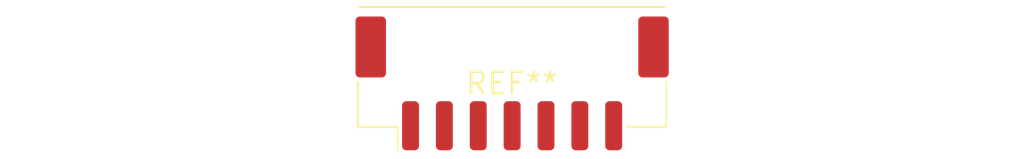
<source format=kicad_pcb>
(kicad_pcb (version 20240108) (generator pcbnew)
  (layers (0 "F.Cu" signal) (31 "B.Cu" signal) (34 "B.Paste" user) (35 "F.Paste" user) (36 "B.SilkS" user "B.Silkscreen") (37 "F.SilkS" user "F.Silkscreen") (38 "B.Mask" user) (39 "F.Mask" user) (44 "Edge.Cuts" user))
  (net 0 "")
  (footprint "Molex_CLIK-Mate_502443-0770_1x07-1MP_P2.00mm_Vertical" (layer "F.Cu") (at 0 0)
    (property "Reference" "REF**")
    (property "Value" "Molex_CLIK-Mate_502443-0770_1x07-1MP_P2.00mm_Vertical")
    (fp_line (start -9.11 -0.09) (end -9.11 2.56) (layer "F.SilkS") (stroke (width 0.12)))
    (fp_line (start -9.11 2.56) (end -6.76 2.56) (layer "F.SilkS") (stroke (width 0.12)))
    (fp_line (start -9 -4.51) (end 9 -4.51) (layer "F.SilkS") (stroke (width 0.12)))
    (fp_line (start -6.76 2.56) (end -6.76 3.95) (layer "F.SilkS") (stroke (width 0.12)))
    (fp_line (start 9.11 -0.09) (end 9.11 2.56) (layer "F.SilkS") (stroke (width 0.12)))
    (fp_line (start 9.11 2.56) (end 6.76 2.56) (layer "F.SilkS") (stroke (width 0.12)))
    (pad "1" smd roundrect (at -6 2.5) (size 1 2.9) (layers "F.Cu" "F.Paste" "F.Mask"))
    (pad "2" smd roundrect (at -4 2.5) (size 1 2.9) (layers "F.Cu" "F.Paste" "F.Mask"))
    (pad "3" smd roundrect (at -2 2.5) (size 1 2.9) (layers "F.Cu" "F.Paste" "F.Mask"))
    (pad "4" smd roundrect (at 0 2.5) (size 1 2.9) (layers "F.Cu" "F.Paste" "F.Mask"))
    (pad "5" smd roundrect (at 2 2.5) (size 1 2.9) (layers "F.Cu" "F.Paste" "F.Mask"))
    (pad "6" smd roundrect (at 4 2.5) (size 1 2.9) (layers "F.Cu" "F.Paste" "F.Mask"))
    (pad "7" smd roundrect (at 6 2.5) (size 1 2.9) (layers "F.Cu" "F.Paste" "F.Mask"))
    (pad "MP" smd roundrect (at -8.35 -2.15) (size 1.8 3.6) (layers "F.Cu" "F.Paste" "F.Mask") (roundrect_rratio 0.138889))
    (pad "MP" smd roundrect (at 8.35 -2.15) (size 1.8 3.6) (layers "F.Cu" "F.Paste" "F.Mask") (roundrect_rratio 0.138889))
  )
)
</source>
